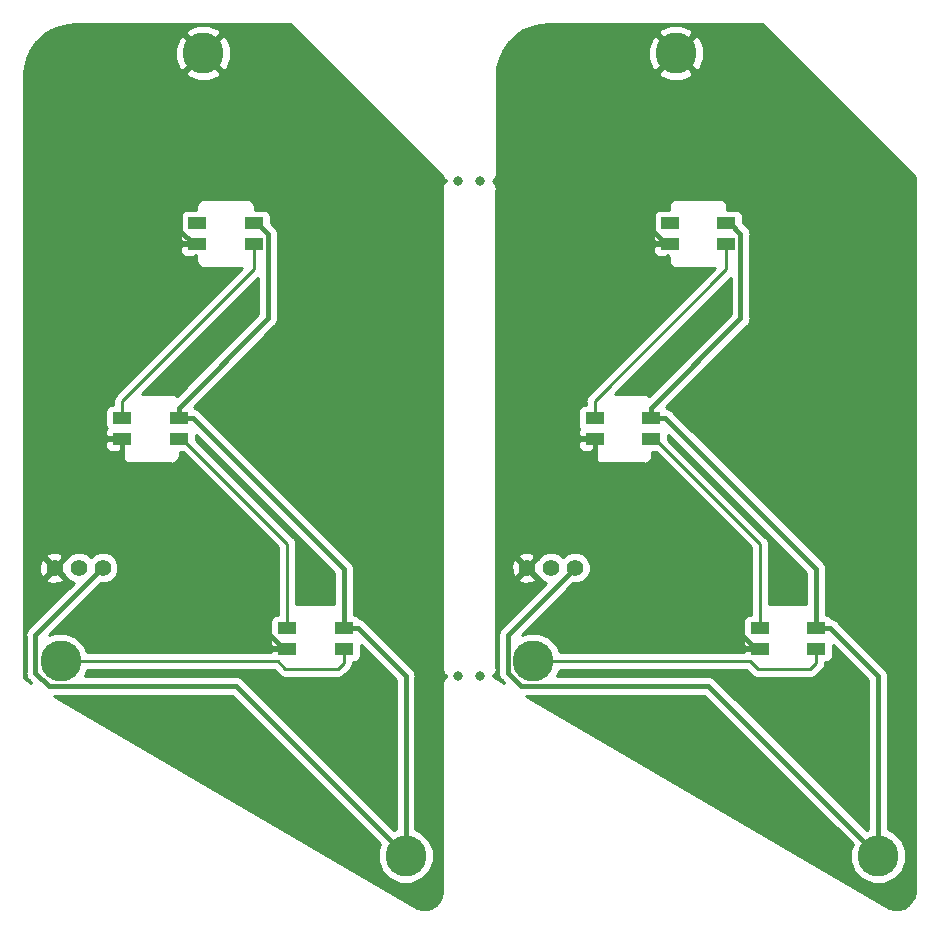
<source format=gbl>
G04 #@! TF.GenerationSoftware,KiCad,Pcbnew,5.0.2-bee76a0~70~ubuntu18.04.1*
G04 #@! TF.CreationDate,2019-06-15T01:55:41+09:00*
G04 #@! TF.ProjectId,shield,73686965-6c64-42e6-9b69-6361645f7063,rev?*
G04 #@! TF.SameCoordinates,Original*
G04 #@! TF.FileFunction,Copper,L2,Bot*
G04 #@! TF.FilePolarity,Positive*
%FSLAX46Y46*%
G04 Gerber Fmt 4.6, Leading zero omitted, Abs format (unit mm)*
G04 Created by KiCad (PCBNEW 5.0.2-bee76a0~70~ubuntu18.04.1) date 2019年06月15日 01時55分41秒*
%MOMM*%
%LPD*%
G01*
G04 APERTURE LIST*
G04 #@! TA.AperFunction,ComponentPad*
%ADD10C,3.470000*%
G04 #@! TD*
G04 #@! TA.AperFunction,SMDPad,CuDef*
%ADD11R,1.600000X1.000000*%
G04 #@! TD*
G04 #@! TA.AperFunction,ComponentPad*
%ADD12C,1.397000*%
G04 #@! TD*
G04 #@! TA.AperFunction,ViaPad*
%ADD13C,0.800000*%
G04 #@! TD*
G04 #@! TA.AperFunction,Conductor*
%ADD14C,0.400000*%
G04 #@! TD*
G04 #@! TA.AperFunction,Conductor*
%ADD15C,0.250000*%
G04 #@! TD*
G04 #@! TA.AperFunction,Conductor*
%ADD16C,0.254000*%
G04 #@! TD*
G04 APERTURE END LIST*
D10*
G04 #@! TO.P,J4,1*
G04 #@! TO.N,VCC*
X93358213Y-92045730D03*
G04 #@! TD*
D11*
G04 #@! TO.P,L3,3*
G04 #@! TO.N,Net-(L2-Pad1)*
X80505000Y-40245000D03*
G04 #@! TO.P,L3,4*
G04 #@! TO.N,VCC*
X80505000Y-38495000D03*
G04 #@! TO.P,L3,1*
G04 #@! TO.N,Net-(L3-Pad1)*
X75705000Y-38495000D03*
G04 #@! TO.P,L3,2*
G04 #@! TO.N,GND*
X75705000Y-40245000D03*
G04 #@! TD*
G04 #@! TO.P,L2,3*
G04 #@! TO.N,Net-(L1-Pad1)*
X74155000Y-56755000D03*
G04 #@! TO.P,L2,4*
G04 #@! TO.N,VCC*
X74155000Y-55005000D03*
G04 #@! TO.P,L2,1*
G04 #@! TO.N,Net-(L2-Pad1)*
X69355000Y-55005000D03*
G04 #@! TO.P,L2,2*
G04 #@! TO.N,GND*
X69355000Y-56755000D03*
G04 #@! TD*
G04 #@! TO.P,L1,3*
G04 #@! TO.N,LED*
X88125000Y-74535000D03*
G04 #@! TO.P,L1,4*
G04 #@! TO.N,VCC*
X88125000Y-72785000D03*
G04 #@! TO.P,L1,1*
G04 #@! TO.N,Net-(L1-Pad1)*
X83325000Y-72785000D03*
G04 #@! TO.P,L1,2*
G04 #@! TO.N,GND*
X83325000Y-74535000D03*
G04 #@! TD*
D10*
G04 #@! TO.P,J5,1*
G04 #@! TO.N,GND*
X76213213Y-24100730D03*
G04 #@! TD*
G04 #@! TO.P,J3,*
G04 #@! TO.N,LED*
X64148213Y-75535730D03*
G04 #@! TD*
D12*
G04 #@! TO.P,LED,1*
G04 #@! TO.N,LED*
X65672213Y-67661730D03*
G04 #@! TD*
G04 #@! TO.P,VCC,1*
G04 #@! TO.N,VCC*
X67704213Y-67661730D03*
G04 #@! TD*
G04 #@! TO.P,GND,1*
G04 #@! TO.N,GND*
X63640213Y-67661730D03*
G04 #@! TD*
D11*
G04 #@! TO.P,L3,2*
G04 #@! TO.N,GND*
X115710000Y-40245000D03*
G04 #@! TO.P,L3,1*
G04 #@! TO.N,Net-(L3-Pad1)*
X115710000Y-38495000D03*
G04 #@! TO.P,L3,4*
G04 #@! TO.N,VCC*
X120510000Y-38495000D03*
G04 #@! TO.P,L3,3*
G04 #@! TO.N,Net-(L2-Pad1)*
X120510000Y-40245000D03*
G04 #@! TD*
G04 #@! TO.P,L2,2*
G04 #@! TO.N,GND*
X109360000Y-56755000D03*
G04 #@! TO.P,L2,1*
G04 #@! TO.N,Net-(L2-Pad1)*
X109360000Y-55005000D03*
G04 #@! TO.P,L2,4*
G04 #@! TO.N,VCC*
X114160000Y-55005000D03*
G04 #@! TO.P,L2,3*
G04 #@! TO.N,Net-(L1-Pad1)*
X114160000Y-56755000D03*
G04 #@! TD*
G04 #@! TO.P,L1,2*
G04 #@! TO.N,GND*
X123330000Y-74535000D03*
G04 #@! TO.P,L1,1*
G04 #@! TO.N,Net-(L1-Pad1)*
X123330000Y-72785000D03*
G04 #@! TO.P,L1,4*
G04 #@! TO.N,VCC*
X128130000Y-72785000D03*
G04 #@! TO.P,L1,3*
G04 #@! TO.N,LED*
X128130000Y-74535000D03*
G04 #@! TD*
D12*
G04 #@! TO.P,LED,1*
G04 #@! TO.N,LED*
X105677213Y-67661730D03*
G04 #@! TD*
G04 #@! TO.P,VCC,1*
G04 #@! TO.N,VCC*
X107709213Y-67661730D03*
G04 #@! TD*
G04 #@! TO.P,GND,1*
G04 #@! TO.N,GND*
X103645213Y-67661730D03*
G04 #@! TD*
D10*
G04 #@! TO.P,J4,1*
G04 #@! TO.N,VCC*
X133363213Y-92045730D03*
G04 #@! TD*
G04 #@! TO.P,J5,1*
G04 #@! TO.N,GND*
X116218213Y-24100730D03*
G04 #@! TD*
G04 #@! TO.P,J3,*
G04 #@! TO.N,LED*
X104153213Y-75535730D03*
G04 #@! TD*
D13*
G04 #@! TO.N,*
X97790000Y-76835000D03*
X99695000Y-76835000D03*
X97790000Y-34925000D03*
X99695000Y-34925000D03*
G04 #@! TO.N,GND*
X131445000Y-86995000D03*
X125730000Y-69215000D03*
X116205000Y-49530000D03*
X91440000Y-86995000D03*
X85725000Y-69215000D03*
X76200000Y-49530000D03*
G04 #@! TD*
D14*
G04 #@! TO.N,VCC*
X114160000Y-54105000D02*
X114160000Y-55005000D01*
X120510000Y-38495000D02*
X120810000Y-38495000D01*
X120810000Y-38495000D02*
X121710001Y-39395001D01*
X121710001Y-39395001D02*
X121710001Y-46554999D01*
X121710001Y-46554999D02*
X114160000Y-54105000D01*
X129330000Y-72785000D02*
X133363213Y-76818213D01*
X133363213Y-89592070D02*
X133363213Y-92045730D01*
X133363213Y-76818213D02*
X133363213Y-89592070D01*
X128130000Y-72785000D02*
X129330000Y-72785000D01*
X114160000Y-55005000D02*
X115360000Y-55005000D01*
X128130000Y-71885000D02*
X128130000Y-72785000D01*
X115360000Y-55005000D02*
X128130000Y-67775000D01*
X128130000Y-67775000D02*
X128130000Y-71885000D01*
X107010714Y-68360229D02*
X107709213Y-67661730D01*
X102018212Y-73352731D02*
X107010714Y-68360229D01*
X102018212Y-76560531D02*
X102018212Y-73352731D01*
X103128412Y-77670731D02*
X102018212Y-76560531D01*
X118988214Y-77670731D02*
X103128412Y-77670731D01*
X133363213Y-92045730D02*
X118988214Y-77670731D01*
X74155000Y-54105000D02*
X74155000Y-55005000D01*
X62013212Y-76560531D02*
X62013212Y-73352731D01*
X63123412Y-77670731D02*
X62013212Y-76560531D01*
X78983214Y-77670731D02*
X63123412Y-77670731D01*
X93358213Y-92045730D02*
X78983214Y-77670731D01*
X80505000Y-38495000D02*
X80805000Y-38495000D01*
X80805000Y-38495000D02*
X81705001Y-39395001D01*
X81705001Y-39395001D02*
X81705001Y-46554999D01*
X81705001Y-46554999D02*
X74155000Y-54105000D01*
X89325000Y-72785000D02*
X93358213Y-76818213D01*
X93358213Y-89592070D02*
X93358213Y-92045730D01*
X93358213Y-76818213D02*
X93358213Y-89592070D01*
X88125000Y-72785000D02*
X89325000Y-72785000D01*
X74155000Y-55005000D02*
X75355000Y-55005000D01*
X88125000Y-71885000D02*
X88125000Y-72785000D01*
X75355000Y-55005000D02*
X88125000Y-67775000D01*
X88125000Y-67775000D02*
X88125000Y-71885000D01*
X67005714Y-68360229D02*
X67704213Y-67661730D01*
X62013212Y-73352731D02*
X67005714Y-68360229D01*
D15*
G04 #@! TO.N,LED*
X104153213Y-75535730D02*
X122525730Y-75535730D01*
X123190000Y-76200000D02*
X127635000Y-76200000D01*
X128130000Y-74535000D02*
X128130000Y-75705000D01*
X128130000Y-75705000D02*
X127635000Y-76200000D01*
X122525730Y-75535730D02*
X123190000Y-76200000D01*
X82520730Y-75535730D02*
X83185000Y-76200000D01*
X64148213Y-75535730D02*
X82520730Y-75535730D01*
X83185000Y-76200000D02*
X87630000Y-76200000D01*
X88125000Y-74535000D02*
X88125000Y-75705000D01*
X88125000Y-75705000D02*
X87630000Y-76200000D01*
G04 #@! TO.N,Net-(L1-Pad1)*
X123330000Y-65625000D02*
X114460000Y-56755000D01*
X123330000Y-72785000D02*
X123330000Y-65625000D01*
X114460000Y-56755000D02*
X114160000Y-56755000D01*
X83325000Y-65625000D02*
X74455000Y-56755000D01*
X83325000Y-72785000D02*
X83325000Y-65625000D01*
X74455000Y-56755000D02*
X74155000Y-56755000D01*
D14*
G04 #@! TO.N,GND*
X115410000Y-40245000D02*
X115710000Y-40245000D01*
X114300000Y-39135000D02*
X115410000Y-40245000D01*
X116218213Y-24100730D02*
X114300000Y-26018943D01*
X114300000Y-26018943D02*
X114300000Y-39135000D01*
X109360000Y-56755000D02*
X109360000Y-60865000D01*
X104343712Y-66963231D02*
X104343712Y-65836288D01*
X104343712Y-65836288D02*
X104388712Y-65836288D01*
X104388712Y-65836288D02*
X109360000Y-60865000D01*
X103645213Y-67661730D02*
X104343712Y-66963231D01*
X123030000Y-74535000D02*
X123330000Y-74535000D01*
X109360000Y-60865000D02*
X123030000Y-74535000D01*
X75405000Y-40245000D02*
X75705000Y-40245000D01*
X74295000Y-39135000D02*
X75405000Y-40245000D01*
X76213213Y-24100730D02*
X74295000Y-26018943D01*
X74295000Y-26018943D02*
X74295000Y-39135000D01*
X69355000Y-56755000D02*
X69355000Y-60865000D01*
X64338712Y-66963231D02*
X64338712Y-65836288D01*
X64338712Y-65836288D02*
X64383712Y-65836288D01*
X64383712Y-65836288D02*
X69355000Y-60865000D01*
X63640213Y-67661730D02*
X64338712Y-66963231D01*
X83025000Y-74535000D02*
X83325000Y-74535000D01*
X69355000Y-60865000D02*
X83025000Y-74535000D01*
D15*
G04 #@! TO.N,Net-(L2-Pad1)*
X120510000Y-42405000D02*
X109360000Y-53555000D01*
X120510000Y-40245000D02*
X120510000Y-42405000D01*
X109360000Y-53555000D02*
X109360000Y-55005000D01*
X80505000Y-42405000D02*
X69355000Y-53555000D01*
X80505000Y-40245000D02*
X80505000Y-42405000D01*
X69355000Y-53555000D02*
X69355000Y-55005000D01*
G04 #@! TD*
D16*
G04 #@! TO.N,GND*
G36*
X123543655Y-21635262D02*
X136463214Y-34554823D01*
X136463213Y-95140705D01*
X136368153Y-95557044D01*
X136174864Y-95922698D01*
X135893518Y-96225871D01*
X135543294Y-96445895D01*
X135148060Y-96567776D01*
X134734745Y-96583209D01*
X134311870Y-96486657D01*
X103570285Y-78505731D01*
X118642347Y-78505731D01*
X131203425Y-91066810D01*
X130993213Y-91574308D01*
X130993213Y-92517152D01*
X131354024Y-93388227D01*
X132020716Y-94054919D01*
X132891791Y-94415730D01*
X133834635Y-94415730D01*
X134705710Y-94054919D01*
X135372402Y-93388227D01*
X135733213Y-92517152D01*
X135733213Y-91574308D01*
X135372402Y-90703233D01*
X134705710Y-90036541D01*
X134198213Y-89826329D01*
X134198213Y-76900450D01*
X134214571Y-76818213D01*
X134179673Y-76642768D01*
X134149765Y-76492412D01*
X133965214Y-76216212D01*
X133895496Y-76169628D01*
X129978587Y-72252720D01*
X129932001Y-72182999D01*
X129655801Y-71998448D01*
X129478702Y-71963221D01*
X129387809Y-71827191D01*
X129177765Y-71686843D01*
X128965000Y-71644522D01*
X128965000Y-67857232D01*
X128981357Y-67774999D01*
X128965000Y-67692764D01*
X128965000Y-67692763D01*
X128916552Y-67449199D01*
X128732001Y-67172999D01*
X128662283Y-67126415D01*
X116008587Y-54472720D01*
X115962001Y-54402999D01*
X115685801Y-54218448D01*
X115508702Y-54183221D01*
X115417809Y-54047191D01*
X115406340Y-54039527D01*
X122242284Y-47203584D01*
X122312002Y-47157000D01*
X122496553Y-46880800D01*
X122545001Y-46637236D01*
X122561359Y-46554999D01*
X122545001Y-46472762D01*
X122545001Y-39477238D01*
X122561359Y-39395001D01*
X122539914Y-39287191D01*
X122496553Y-39069200D01*
X122312002Y-38793000D01*
X122242284Y-38746416D01*
X121957440Y-38461572D01*
X121957440Y-37995000D01*
X121908157Y-37747235D01*
X121767809Y-37537191D01*
X121557765Y-37396843D01*
X121310000Y-37347560D01*
X120570000Y-37347560D01*
X120570000Y-37189926D01*
X120583909Y-37120000D01*
X120528805Y-36842972D01*
X120371881Y-36608119D01*
X120137028Y-36451195D01*
X119929926Y-36410000D01*
X119929925Y-36410000D01*
X119860000Y-36396091D01*
X119790074Y-36410000D01*
X116429925Y-36410000D01*
X116360000Y-36396091D01*
X116290074Y-36410000D01*
X116082972Y-36451195D01*
X115848119Y-36608119D01*
X115691195Y-36842972D01*
X115636091Y-37120000D01*
X115650000Y-37189926D01*
X115650000Y-37347560D01*
X114910000Y-37347560D01*
X114662235Y-37396843D01*
X114452191Y-37537191D01*
X114311843Y-37747235D01*
X114262560Y-37995000D01*
X114262560Y-38995000D01*
X114311843Y-39242765D01*
X114392900Y-39364074D01*
X114371673Y-39385301D01*
X114275000Y-39618690D01*
X114275000Y-39959250D01*
X114433750Y-40118000D01*
X115583000Y-40118000D01*
X115583000Y-40098000D01*
X115650001Y-40098000D01*
X115650001Y-40392000D01*
X115583000Y-40392000D01*
X115583000Y-40372000D01*
X114433750Y-40372000D01*
X114275000Y-40530750D01*
X114275000Y-40871310D01*
X114371673Y-41104699D01*
X114550302Y-41283327D01*
X114783691Y-41380000D01*
X115424250Y-41380000D01*
X115582998Y-41221252D01*
X115582998Y-41380000D01*
X115650001Y-41380000D01*
X115650001Y-41550069D01*
X115636091Y-41620000D01*
X115691195Y-41897028D01*
X115848119Y-42131881D01*
X116082972Y-42288805D01*
X116290074Y-42330000D01*
X116290075Y-42330000D01*
X116360000Y-42343909D01*
X116429926Y-42330000D01*
X119510198Y-42330000D01*
X108875530Y-52964669D01*
X108812071Y-53007071D01*
X108644096Y-53258464D01*
X108600000Y-53480149D01*
X108600000Y-53480153D01*
X108585112Y-53555000D01*
X108600000Y-53629847D01*
X108600000Y-53857560D01*
X108560000Y-53857560D01*
X108312235Y-53906843D01*
X108102191Y-54047191D01*
X107961843Y-54257235D01*
X107912560Y-54505000D01*
X107912560Y-55505000D01*
X107961843Y-55752765D01*
X108042900Y-55874074D01*
X108021673Y-55895301D01*
X107925000Y-56128690D01*
X107925000Y-56469250D01*
X108083750Y-56628000D01*
X109233000Y-56628000D01*
X109233000Y-56608000D01*
X109300001Y-56608000D01*
X109300001Y-56902000D01*
X109233000Y-56902000D01*
X109233000Y-56882000D01*
X108083750Y-56882000D01*
X107925000Y-57040750D01*
X107925000Y-57381310D01*
X108021673Y-57614699D01*
X108200302Y-57793327D01*
X108433691Y-57890000D01*
X109074250Y-57890000D01*
X109232998Y-57731252D01*
X109232998Y-57890000D01*
X109300001Y-57890000D01*
X109300001Y-58060069D01*
X109286091Y-58130000D01*
X109341195Y-58407028D01*
X109498119Y-58641881D01*
X109732972Y-58798805D01*
X109940074Y-58840000D01*
X109940075Y-58840000D01*
X110010000Y-58853909D01*
X110079926Y-58840000D01*
X113440075Y-58840000D01*
X113510000Y-58853909D01*
X113787028Y-58798805D01*
X114021881Y-58641881D01*
X114178805Y-58407028D01*
X114220000Y-58199926D01*
X114233909Y-58130000D01*
X114220000Y-58060074D01*
X114220000Y-57902440D01*
X114532639Y-57902440D01*
X122570001Y-65939804D01*
X122570000Y-71637560D01*
X122530000Y-71637560D01*
X122282235Y-71686843D01*
X122072191Y-71827191D01*
X121931843Y-72037235D01*
X121882560Y-72285000D01*
X121882560Y-73285000D01*
X121931843Y-73532765D01*
X122012900Y-73654074D01*
X121991673Y-73675301D01*
X121895000Y-73908690D01*
X121895000Y-74249250D01*
X122053750Y-74408000D01*
X123203000Y-74408000D01*
X123203000Y-74388000D01*
X123270001Y-74388000D01*
X123270001Y-74682000D01*
X123203000Y-74682000D01*
X123203000Y-74662000D01*
X122053750Y-74662000D01*
X121940020Y-74775730D01*
X106403680Y-74775730D01*
X106162402Y-74193233D01*
X105495710Y-73526541D01*
X104624635Y-73165730D01*
X103681791Y-73165730D01*
X103176981Y-73374829D01*
X107556581Y-68995230D01*
X107974463Y-68995230D01*
X108464580Y-68792217D01*
X108839700Y-68417097D01*
X109042713Y-67926980D01*
X109042713Y-67396480D01*
X108839700Y-66906363D01*
X108464580Y-66531243D01*
X107974463Y-66328230D01*
X107443963Y-66328230D01*
X106953846Y-66531243D01*
X106693213Y-66791876D01*
X106432580Y-66531243D01*
X105942463Y-66328230D01*
X105411963Y-66328230D01*
X104921846Y-66531243D01*
X104546726Y-66906363D01*
X104523067Y-66963481D01*
X103824818Y-67661730D01*
X104523067Y-68359979D01*
X104546726Y-68417097D01*
X104921846Y-68792217D01*
X105258438Y-68931638D01*
X101485930Y-72704146D01*
X101416212Y-72750730D01*
X101369628Y-72820448D01*
X101231660Y-73026931D01*
X101166855Y-73352731D01*
X101183213Y-73434969D01*
X101183212Y-76478298D01*
X101166855Y-76560531D01*
X101183212Y-76642764D01*
X101183212Y-76642767D01*
X101231660Y-76886331D01*
X101416211Y-77162532D01*
X101485932Y-77209118D01*
X101672548Y-77395734D01*
X100730000Y-76844432D01*
X100730000Y-76786638D01*
X100841881Y-76711881D01*
X100998805Y-76477028D01*
X101053909Y-76200000D01*
X101040000Y-76130074D01*
X101040000Y-68595918D01*
X102890630Y-68595918D01*
X102952284Y-68831530D01*
X103452693Y-69007657D01*
X103982412Y-68978878D01*
X104338142Y-68831530D01*
X104399796Y-68595918D01*
X103645213Y-67841335D01*
X102890630Y-68595918D01*
X101040000Y-68595918D01*
X101040000Y-67469210D01*
X102299286Y-67469210D01*
X102328065Y-67998929D01*
X102475413Y-68354659D01*
X102711025Y-68416313D01*
X103465608Y-67661730D01*
X102711025Y-66907147D01*
X102475413Y-66968801D01*
X102299286Y-67469210D01*
X101040000Y-67469210D01*
X101040000Y-66727542D01*
X102890630Y-66727542D01*
X103645213Y-67482125D01*
X104399796Y-66727542D01*
X104338142Y-66491930D01*
X103837733Y-66315803D01*
X103308014Y-66344582D01*
X102952284Y-66491930D01*
X102890630Y-66727542D01*
X101040000Y-66727542D01*
X101040000Y-35758071D01*
X101079399Y-35560000D01*
X101022354Y-35273217D01*
X100859905Y-35030095D01*
X100730000Y-34943295D01*
X100730000Y-34906704D01*
X100859905Y-34819905D01*
X101022354Y-34576783D01*
X101065000Y-34362388D01*
X101065000Y-25962612D01*
X101052347Y-25899002D01*
X101062572Y-25784426D01*
X114714122Y-25784426D01*
X114902579Y-26127611D01*
X115778379Y-26476795D01*
X116721140Y-26464244D01*
X117533847Y-26127611D01*
X117722304Y-25784426D01*
X116218213Y-24280335D01*
X114714122Y-25784426D01*
X101062572Y-25784426D01*
X101111842Y-25232372D01*
X101316723Y-24483453D01*
X101650986Y-23782658D01*
X101738480Y-23660896D01*
X113842148Y-23660896D01*
X113854699Y-24603657D01*
X114191332Y-25416364D01*
X114534517Y-25604821D01*
X116038608Y-24100730D01*
X116397818Y-24100730D01*
X117901909Y-25604821D01*
X118245094Y-25416364D01*
X118594278Y-24540564D01*
X118581727Y-23597803D01*
X118245094Y-22785096D01*
X117901909Y-22596639D01*
X116397818Y-24100730D01*
X116038608Y-24100730D01*
X114534517Y-22596639D01*
X114191332Y-22785096D01*
X113842148Y-23660896D01*
X101738480Y-23660896D01*
X102104069Y-23152125D01*
X102661645Y-22611796D01*
X102951481Y-22417034D01*
X114714122Y-22417034D01*
X116218213Y-23921125D01*
X117722304Y-22417034D01*
X117533847Y-22073849D01*
X116658047Y-21724665D01*
X115715286Y-21737216D01*
X114902579Y-22073849D01*
X114714122Y-22417034D01*
X102951481Y-22417034D01*
X103306099Y-22178741D01*
X104017044Y-21866657D01*
X104777493Y-21684090D01*
X105461999Y-21633823D01*
X105586570Y-21613424D01*
X105605418Y-21606750D01*
X123543655Y-21635262D01*
X123543655Y-21635262D01*
G37*
X123543655Y-21635262D02*
X136463214Y-34554823D01*
X136463213Y-95140705D01*
X136368153Y-95557044D01*
X136174864Y-95922698D01*
X135893518Y-96225871D01*
X135543294Y-96445895D01*
X135148060Y-96567776D01*
X134734745Y-96583209D01*
X134311870Y-96486657D01*
X103570285Y-78505731D01*
X118642347Y-78505731D01*
X131203425Y-91066810D01*
X130993213Y-91574308D01*
X130993213Y-92517152D01*
X131354024Y-93388227D01*
X132020716Y-94054919D01*
X132891791Y-94415730D01*
X133834635Y-94415730D01*
X134705710Y-94054919D01*
X135372402Y-93388227D01*
X135733213Y-92517152D01*
X135733213Y-91574308D01*
X135372402Y-90703233D01*
X134705710Y-90036541D01*
X134198213Y-89826329D01*
X134198213Y-76900450D01*
X134214571Y-76818213D01*
X134179673Y-76642768D01*
X134149765Y-76492412D01*
X133965214Y-76216212D01*
X133895496Y-76169628D01*
X129978587Y-72252720D01*
X129932001Y-72182999D01*
X129655801Y-71998448D01*
X129478702Y-71963221D01*
X129387809Y-71827191D01*
X129177765Y-71686843D01*
X128965000Y-71644522D01*
X128965000Y-67857232D01*
X128981357Y-67774999D01*
X128965000Y-67692764D01*
X128965000Y-67692763D01*
X128916552Y-67449199D01*
X128732001Y-67172999D01*
X128662283Y-67126415D01*
X116008587Y-54472720D01*
X115962001Y-54402999D01*
X115685801Y-54218448D01*
X115508702Y-54183221D01*
X115417809Y-54047191D01*
X115406340Y-54039527D01*
X122242284Y-47203584D01*
X122312002Y-47157000D01*
X122496553Y-46880800D01*
X122545001Y-46637236D01*
X122561359Y-46554999D01*
X122545001Y-46472762D01*
X122545001Y-39477238D01*
X122561359Y-39395001D01*
X122539914Y-39287191D01*
X122496553Y-39069200D01*
X122312002Y-38793000D01*
X122242284Y-38746416D01*
X121957440Y-38461572D01*
X121957440Y-37995000D01*
X121908157Y-37747235D01*
X121767809Y-37537191D01*
X121557765Y-37396843D01*
X121310000Y-37347560D01*
X120570000Y-37347560D01*
X120570000Y-37189926D01*
X120583909Y-37120000D01*
X120528805Y-36842972D01*
X120371881Y-36608119D01*
X120137028Y-36451195D01*
X119929926Y-36410000D01*
X119929925Y-36410000D01*
X119860000Y-36396091D01*
X119790074Y-36410000D01*
X116429925Y-36410000D01*
X116360000Y-36396091D01*
X116290074Y-36410000D01*
X116082972Y-36451195D01*
X115848119Y-36608119D01*
X115691195Y-36842972D01*
X115636091Y-37120000D01*
X115650000Y-37189926D01*
X115650000Y-37347560D01*
X114910000Y-37347560D01*
X114662235Y-37396843D01*
X114452191Y-37537191D01*
X114311843Y-37747235D01*
X114262560Y-37995000D01*
X114262560Y-38995000D01*
X114311843Y-39242765D01*
X114392900Y-39364074D01*
X114371673Y-39385301D01*
X114275000Y-39618690D01*
X114275000Y-39959250D01*
X114433750Y-40118000D01*
X115583000Y-40118000D01*
X115583000Y-40098000D01*
X115650001Y-40098000D01*
X115650001Y-40392000D01*
X115583000Y-40392000D01*
X115583000Y-40372000D01*
X114433750Y-40372000D01*
X114275000Y-40530750D01*
X114275000Y-40871310D01*
X114371673Y-41104699D01*
X114550302Y-41283327D01*
X114783691Y-41380000D01*
X115424250Y-41380000D01*
X115582998Y-41221252D01*
X115582998Y-41380000D01*
X115650001Y-41380000D01*
X115650001Y-41550069D01*
X115636091Y-41620000D01*
X115691195Y-41897028D01*
X115848119Y-42131881D01*
X116082972Y-42288805D01*
X116290074Y-42330000D01*
X116290075Y-42330000D01*
X116360000Y-42343909D01*
X116429926Y-42330000D01*
X119510198Y-42330000D01*
X108875530Y-52964669D01*
X108812071Y-53007071D01*
X108644096Y-53258464D01*
X108600000Y-53480149D01*
X108600000Y-53480153D01*
X108585112Y-53555000D01*
X108600000Y-53629847D01*
X108600000Y-53857560D01*
X108560000Y-53857560D01*
X108312235Y-53906843D01*
X108102191Y-54047191D01*
X107961843Y-54257235D01*
X107912560Y-54505000D01*
X107912560Y-55505000D01*
X107961843Y-55752765D01*
X108042900Y-55874074D01*
X108021673Y-55895301D01*
X107925000Y-56128690D01*
X107925000Y-56469250D01*
X108083750Y-56628000D01*
X109233000Y-56628000D01*
X109233000Y-56608000D01*
X109300001Y-56608000D01*
X109300001Y-56902000D01*
X109233000Y-56902000D01*
X109233000Y-56882000D01*
X108083750Y-56882000D01*
X107925000Y-57040750D01*
X107925000Y-57381310D01*
X108021673Y-57614699D01*
X108200302Y-57793327D01*
X108433691Y-57890000D01*
X109074250Y-57890000D01*
X109232998Y-57731252D01*
X109232998Y-57890000D01*
X109300001Y-57890000D01*
X109300001Y-58060069D01*
X109286091Y-58130000D01*
X109341195Y-58407028D01*
X109498119Y-58641881D01*
X109732972Y-58798805D01*
X109940074Y-58840000D01*
X109940075Y-58840000D01*
X110010000Y-58853909D01*
X110079926Y-58840000D01*
X113440075Y-58840000D01*
X113510000Y-58853909D01*
X113787028Y-58798805D01*
X114021881Y-58641881D01*
X114178805Y-58407028D01*
X114220000Y-58199926D01*
X114233909Y-58130000D01*
X114220000Y-58060074D01*
X114220000Y-57902440D01*
X114532639Y-57902440D01*
X122570001Y-65939804D01*
X122570000Y-71637560D01*
X122530000Y-71637560D01*
X122282235Y-71686843D01*
X122072191Y-71827191D01*
X121931843Y-72037235D01*
X121882560Y-72285000D01*
X121882560Y-73285000D01*
X121931843Y-73532765D01*
X122012900Y-73654074D01*
X121991673Y-73675301D01*
X121895000Y-73908690D01*
X121895000Y-74249250D01*
X122053750Y-74408000D01*
X123203000Y-74408000D01*
X123203000Y-74388000D01*
X123270001Y-74388000D01*
X123270001Y-74682000D01*
X123203000Y-74682000D01*
X123203000Y-74662000D01*
X122053750Y-74662000D01*
X121940020Y-74775730D01*
X106403680Y-74775730D01*
X106162402Y-74193233D01*
X105495710Y-73526541D01*
X104624635Y-73165730D01*
X103681791Y-73165730D01*
X103176981Y-73374829D01*
X107556581Y-68995230D01*
X107974463Y-68995230D01*
X108464580Y-68792217D01*
X108839700Y-68417097D01*
X109042713Y-67926980D01*
X109042713Y-67396480D01*
X108839700Y-66906363D01*
X108464580Y-66531243D01*
X107974463Y-66328230D01*
X107443963Y-66328230D01*
X106953846Y-66531243D01*
X106693213Y-66791876D01*
X106432580Y-66531243D01*
X105942463Y-66328230D01*
X105411963Y-66328230D01*
X104921846Y-66531243D01*
X104546726Y-66906363D01*
X104523067Y-66963481D01*
X103824818Y-67661730D01*
X104523067Y-68359979D01*
X104546726Y-68417097D01*
X104921846Y-68792217D01*
X105258438Y-68931638D01*
X101485930Y-72704146D01*
X101416212Y-72750730D01*
X101369628Y-72820448D01*
X101231660Y-73026931D01*
X101166855Y-73352731D01*
X101183213Y-73434969D01*
X101183212Y-76478298D01*
X101166855Y-76560531D01*
X101183212Y-76642764D01*
X101183212Y-76642767D01*
X101231660Y-76886331D01*
X101416211Y-77162532D01*
X101485932Y-77209118D01*
X101672548Y-77395734D01*
X100730000Y-76844432D01*
X100730000Y-76786638D01*
X100841881Y-76711881D01*
X100998805Y-76477028D01*
X101053909Y-76200000D01*
X101040000Y-76130074D01*
X101040000Y-68595918D01*
X102890630Y-68595918D01*
X102952284Y-68831530D01*
X103452693Y-69007657D01*
X103982412Y-68978878D01*
X104338142Y-68831530D01*
X104399796Y-68595918D01*
X103645213Y-67841335D01*
X102890630Y-68595918D01*
X101040000Y-68595918D01*
X101040000Y-67469210D01*
X102299286Y-67469210D01*
X102328065Y-67998929D01*
X102475413Y-68354659D01*
X102711025Y-68416313D01*
X103465608Y-67661730D01*
X102711025Y-66907147D01*
X102475413Y-66968801D01*
X102299286Y-67469210D01*
X101040000Y-67469210D01*
X101040000Y-66727542D01*
X102890630Y-66727542D01*
X103645213Y-67482125D01*
X104399796Y-66727542D01*
X104338142Y-66491930D01*
X103837733Y-66315803D01*
X103308014Y-66344582D01*
X102952284Y-66491930D01*
X102890630Y-66727542D01*
X101040000Y-66727542D01*
X101040000Y-35758071D01*
X101079399Y-35560000D01*
X101022354Y-35273217D01*
X100859905Y-35030095D01*
X100730000Y-34943295D01*
X100730000Y-34906704D01*
X100859905Y-34819905D01*
X101022354Y-34576783D01*
X101065000Y-34362388D01*
X101065000Y-25962612D01*
X101052347Y-25899002D01*
X101062572Y-25784426D01*
X114714122Y-25784426D01*
X114902579Y-26127611D01*
X115778379Y-26476795D01*
X116721140Y-26464244D01*
X117533847Y-26127611D01*
X117722304Y-25784426D01*
X116218213Y-24280335D01*
X114714122Y-25784426D01*
X101062572Y-25784426D01*
X101111842Y-25232372D01*
X101316723Y-24483453D01*
X101650986Y-23782658D01*
X101738480Y-23660896D01*
X113842148Y-23660896D01*
X113854699Y-24603657D01*
X114191332Y-25416364D01*
X114534517Y-25604821D01*
X116038608Y-24100730D01*
X116397818Y-24100730D01*
X117901909Y-25604821D01*
X118245094Y-25416364D01*
X118594278Y-24540564D01*
X118581727Y-23597803D01*
X118245094Y-22785096D01*
X117901909Y-22596639D01*
X116397818Y-24100730D01*
X116038608Y-24100730D01*
X114534517Y-22596639D01*
X114191332Y-22785096D01*
X113842148Y-23660896D01*
X101738480Y-23660896D01*
X102104069Y-23152125D01*
X102661645Y-22611796D01*
X102951481Y-22417034D01*
X114714122Y-22417034D01*
X116218213Y-23921125D01*
X117722304Y-22417034D01*
X117533847Y-22073849D01*
X116658047Y-21724665D01*
X115715286Y-21737216D01*
X114902579Y-22073849D01*
X114714122Y-22417034D01*
X102951481Y-22417034D01*
X103306099Y-22178741D01*
X104017044Y-21866657D01*
X104777493Y-21684090D01*
X105461999Y-21633823D01*
X105586570Y-21613424D01*
X105605418Y-21606750D01*
X123543655Y-21635262D01*
G36*
X83538655Y-21635262D02*
X96517963Y-34614572D01*
X96643119Y-34801881D01*
X96755000Y-34876638D01*
X96755000Y-34943295D01*
X96625095Y-35030095D01*
X96462646Y-35273217D01*
X96405601Y-35560000D01*
X96445000Y-35758071D01*
X96445001Y-76130069D01*
X96431091Y-76200000D01*
X96486195Y-76477028D01*
X96643119Y-76711881D01*
X96755000Y-76786638D01*
X96755000Y-76883362D01*
X96643119Y-76958119D01*
X96642965Y-76958350D01*
X96642739Y-76958501D01*
X96564987Y-77075052D01*
X96486195Y-77192972D01*
X96486141Y-77193242D01*
X96485989Y-77193470D01*
X96458745Y-77330975D01*
X96431091Y-77470000D01*
X96445053Y-77540192D01*
X96458154Y-95140962D01*
X96363153Y-95557044D01*
X96169864Y-95922698D01*
X95888518Y-96225871D01*
X95538294Y-96445895D01*
X95143060Y-96567776D01*
X94729745Y-96583209D01*
X94306870Y-96486657D01*
X63565285Y-78505731D01*
X78637347Y-78505731D01*
X91198425Y-91066810D01*
X90988213Y-91574308D01*
X90988213Y-92517152D01*
X91349024Y-93388227D01*
X92015716Y-94054919D01*
X92886791Y-94415730D01*
X93829635Y-94415730D01*
X94700710Y-94054919D01*
X95367402Y-93388227D01*
X95728213Y-92517152D01*
X95728213Y-91574308D01*
X95367402Y-90703233D01*
X94700710Y-90036541D01*
X94193213Y-89826329D01*
X94193213Y-76900450D01*
X94209571Y-76818213D01*
X94174673Y-76642768D01*
X94144765Y-76492412D01*
X93960214Y-76216212D01*
X93890496Y-76169628D01*
X89973587Y-72252720D01*
X89927001Y-72182999D01*
X89650801Y-71998448D01*
X89473702Y-71963221D01*
X89382809Y-71827191D01*
X89172765Y-71686843D01*
X88960000Y-71644522D01*
X88960000Y-67857232D01*
X88976357Y-67774999D01*
X88960000Y-67692764D01*
X88960000Y-67692763D01*
X88911552Y-67449199D01*
X88727001Y-67172999D01*
X88657283Y-67126415D01*
X76003587Y-54472720D01*
X75957001Y-54402999D01*
X75680801Y-54218448D01*
X75503702Y-54183221D01*
X75412809Y-54047191D01*
X75401340Y-54039527D01*
X82237284Y-47203584D01*
X82307002Y-47157000D01*
X82491553Y-46880800D01*
X82540001Y-46637236D01*
X82556359Y-46554999D01*
X82540001Y-46472762D01*
X82540001Y-39477238D01*
X82556359Y-39395001D01*
X82534914Y-39287191D01*
X82491553Y-39069200D01*
X82307002Y-38793000D01*
X82237284Y-38746416D01*
X81952440Y-38461572D01*
X81952440Y-37995000D01*
X81903157Y-37747235D01*
X81762809Y-37537191D01*
X81552765Y-37396843D01*
X81305000Y-37347560D01*
X80565000Y-37347560D01*
X80565000Y-37189926D01*
X80578909Y-37120000D01*
X80523805Y-36842972D01*
X80366881Y-36608119D01*
X80132028Y-36451195D01*
X79924926Y-36410000D01*
X79924925Y-36410000D01*
X79855000Y-36396091D01*
X79785074Y-36410000D01*
X76424925Y-36410000D01*
X76355000Y-36396091D01*
X76285074Y-36410000D01*
X76077972Y-36451195D01*
X75843119Y-36608119D01*
X75686195Y-36842972D01*
X75631091Y-37120000D01*
X75645000Y-37189926D01*
X75645000Y-37347560D01*
X74905000Y-37347560D01*
X74657235Y-37396843D01*
X74447191Y-37537191D01*
X74306843Y-37747235D01*
X74257560Y-37995000D01*
X74257560Y-38995000D01*
X74306843Y-39242765D01*
X74387900Y-39364074D01*
X74366673Y-39385301D01*
X74270000Y-39618690D01*
X74270000Y-39959250D01*
X74428750Y-40118000D01*
X75578000Y-40118000D01*
X75578000Y-40098000D01*
X75645001Y-40098000D01*
X75645001Y-40392000D01*
X75578000Y-40392000D01*
X75578000Y-40372000D01*
X74428750Y-40372000D01*
X74270000Y-40530750D01*
X74270000Y-40871310D01*
X74366673Y-41104699D01*
X74545302Y-41283327D01*
X74778691Y-41380000D01*
X75419250Y-41380000D01*
X75577998Y-41221252D01*
X75577998Y-41380000D01*
X75645001Y-41380000D01*
X75645001Y-41550069D01*
X75631091Y-41620000D01*
X75686195Y-41897028D01*
X75843119Y-42131881D01*
X76077972Y-42288805D01*
X76285074Y-42330000D01*
X76285075Y-42330000D01*
X76355000Y-42343909D01*
X76424926Y-42330000D01*
X79505198Y-42330000D01*
X68870530Y-52964669D01*
X68807071Y-53007071D01*
X68639096Y-53258464D01*
X68595000Y-53480149D01*
X68595000Y-53480153D01*
X68580112Y-53555000D01*
X68595000Y-53629847D01*
X68595000Y-53857560D01*
X68555000Y-53857560D01*
X68307235Y-53906843D01*
X68097191Y-54047191D01*
X67956843Y-54257235D01*
X67907560Y-54505000D01*
X67907560Y-55505000D01*
X67956843Y-55752765D01*
X68037900Y-55874074D01*
X68016673Y-55895301D01*
X67920000Y-56128690D01*
X67920000Y-56469250D01*
X68078750Y-56628000D01*
X69228000Y-56628000D01*
X69228000Y-56608000D01*
X69295001Y-56608000D01*
X69295001Y-56902000D01*
X69228000Y-56902000D01*
X69228000Y-56882000D01*
X68078750Y-56882000D01*
X67920000Y-57040750D01*
X67920000Y-57381310D01*
X68016673Y-57614699D01*
X68195302Y-57793327D01*
X68428691Y-57890000D01*
X69069250Y-57890000D01*
X69227998Y-57731252D01*
X69227998Y-57890000D01*
X69295001Y-57890000D01*
X69295001Y-58060069D01*
X69281091Y-58130000D01*
X69336195Y-58407028D01*
X69493119Y-58641881D01*
X69727972Y-58798805D01*
X69935074Y-58840000D01*
X69935075Y-58840000D01*
X70005000Y-58853909D01*
X70074926Y-58840000D01*
X73435075Y-58840000D01*
X73505000Y-58853909D01*
X73782028Y-58798805D01*
X74016881Y-58641881D01*
X74173805Y-58407028D01*
X74215000Y-58199926D01*
X74228909Y-58130000D01*
X74215000Y-58060074D01*
X74215000Y-57902440D01*
X74527639Y-57902440D01*
X82565001Y-65939804D01*
X82565000Y-71637560D01*
X82525000Y-71637560D01*
X82277235Y-71686843D01*
X82067191Y-71827191D01*
X81926843Y-72037235D01*
X81877560Y-72285000D01*
X81877560Y-73285000D01*
X81926843Y-73532765D01*
X82007900Y-73654074D01*
X81986673Y-73675301D01*
X81890000Y-73908690D01*
X81890000Y-74249250D01*
X82048750Y-74408000D01*
X83198000Y-74408000D01*
X83198000Y-74388000D01*
X83265001Y-74388000D01*
X83265001Y-74682000D01*
X83198000Y-74682000D01*
X83198000Y-74662000D01*
X82048750Y-74662000D01*
X81935020Y-74775730D01*
X66398680Y-74775730D01*
X66157402Y-74193233D01*
X65490710Y-73526541D01*
X64619635Y-73165730D01*
X63676791Y-73165730D01*
X63171981Y-73374829D01*
X67551581Y-68995230D01*
X67969463Y-68995230D01*
X68459580Y-68792217D01*
X68834700Y-68417097D01*
X69037713Y-67926980D01*
X69037713Y-67396480D01*
X68834700Y-66906363D01*
X68459580Y-66531243D01*
X67969463Y-66328230D01*
X67438963Y-66328230D01*
X66948846Y-66531243D01*
X66688213Y-66791876D01*
X66427580Y-66531243D01*
X65937463Y-66328230D01*
X65406963Y-66328230D01*
X64916846Y-66531243D01*
X64541726Y-66906363D01*
X64518067Y-66963481D01*
X63819818Y-67661730D01*
X64518067Y-68359979D01*
X64541726Y-68417097D01*
X64916846Y-68792217D01*
X65253438Y-68931638D01*
X61480930Y-72704146D01*
X61411212Y-72750730D01*
X61364628Y-72820448D01*
X61226660Y-73026931D01*
X61161855Y-73352731D01*
X61178213Y-73434969D01*
X61178212Y-76478298D01*
X61161855Y-76560531D01*
X61178212Y-76642764D01*
X61178212Y-76642767D01*
X61226660Y-76886331D01*
X61411211Y-77162532D01*
X61480932Y-77209118D01*
X61667548Y-77395734D01*
X61035000Y-77025753D01*
X61035000Y-68595918D01*
X62885630Y-68595918D01*
X62947284Y-68831530D01*
X63447693Y-69007657D01*
X63977412Y-68978878D01*
X64333142Y-68831530D01*
X64394796Y-68595918D01*
X63640213Y-67841335D01*
X62885630Y-68595918D01*
X61035000Y-68595918D01*
X61035000Y-67469210D01*
X62294286Y-67469210D01*
X62323065Y-67998929D01*
X62470413Y-68354659D01*
X62706025Y-68416313D01*
X63460608Y-67661730D01*
X62706025Y-66907147D01*
X62470413Y-66968801D01*
X62294286Y-67469210D01*
X61035000Y-67469210D01*
X61035000Y-66727542D01*
X62885630Y-66727542D01*
X63640213Y-67482125D01*
X64394796Y-66727542D01*
X64333142Y-66491930D01*
X63832733Y-66315803D01*
X63303014Y-66344582D01*
X62947284Y-66491930D01*
X62885630Y-66727542D01*
X61035000Y-66727542D01*
X61035000Y-26037348D01*
X61057572Y-25784426D01*
X74709122Y-25784426D01*
X74897579Y-26127611D01*
X75773379Y-26476795D01*
X76716140Y-26464244D01*
X77528847Y-26127611D01*
X77717304Y-25784426D01*
X76213213Y-24280335D01*
X74709122Y-25784426D01*
X61057572Y-25784426D01*
X61106842Y-25232372D01*
X61311723Y-24483453D01*
X61645986Y-23782658D01*
X61733480Y-23660896D01*
X73837148Y-23660896D01*
X73849699Y-24603657D01*
X74186332Y-25416364D01*
X74529517Y-25604821D01*
X76033608Y-24100730D01*
X76392818Y-24100730D01*
X77896909Y-25604821D01*
X78240094Y-25416364D01*
X78589278Y-24540564D01*
X78576727Y-23597803D01*
X78240094Y-22785096D01*
X77896909Y-22596639D01*
X76392818Y-24100730D01*
X76033608Y-24100730D01*
X74529517Y-22596639D01*
X74186332Y-22785096D01*
X73837148Y-23660896D01*
X61733480Y-23660896D01*
X62099069Y-23152125D01*
X62656645Y-22611796D01*
X62946481Y-22417034D01*
X74709122Y-22417034D01*
X76213213Y-23921125D01*
X77717304Y-22417034D01*
X77528847Y-22073849D01*
X76653047Y-21724665D01*
X75710286Y-21737216D01*
X74897579Y-22073849D01*
X74709122Y-22417034D01*
X62946481Y-22417034D01*
X63301099Y-22178741D01*
X64012044Y-21866657D01*
X64772493Y-21684090D01*
X65456999Y-21633823D01*
X65581570Y-21613424D01*
X65600418Y-21606750D01*
X83538655Y-21635262D01*
X83538655Y-21635262D01*
G37*
X83538655Y-21635262D02*
X96517963Y-34614572D01*
X96643119Y-34801881D01*
X96755000Y-34876638D01*
X96755000Y-34943295D01*
X96625095Y-35030095D01*
X96462646Y-35273217D01*
X96405601Y-35560000D01*
X96445000Y-35758071D01*
X96445001Y-76130069D01*
X96431091Y-76200000D01*
X96486195Y-76477028D01*
X96643119Y-76711881D01*
X96755000Y-76786638D01*
X96755000Y-76883362D01*
X96643119Y-76958119D01*
X96642965Y-76958350D01*
X96642739Y-76958501D01*
X96564987Y-77075052D01*
X96486195Y-77192972D01*
X96486141Y-77193242D01*
X96485989Y-77193470D01*
X96458745Y-77330975D01*
X96431091Y-77470000D01*
X96445053Y-77540192D01*
X96458154Y-95140962D01*
X96363153Y-95557044D01*
X96169864Y-95922698D01*
X95888518Y-96225871D01*
X95538294Y-96445895D01*
X95143060Y-96567776D01*
X94729745Y-96583209D01*
X94306870Y-96486657D01*
X63565285Y-78505731D01*
X78637347Y-78505731D01*
X91198425Y-91066810D01*
X90988213Y-91574308D01*
X90988213Y-92517152D01*
X91349024Y-93388227D01*
X92015716Y-94054919D01*
X92886791Y-94415730D01*
X93829635Y-94415730D01*
X94700710Y-94054919D01*
X95367402Y-93388227D01*
X95728213Y-92517152D01*
X95728213Y-91574308D01*
X95367402Y-90703233D01*
X94700710Y-90036541D01*
X94193213Y-89826329D01*
X94193213Y-76900450D01*
X94209571Y-76818213D01*
X94174673Y-76642768D01*
X94144765Y-76492412D01*
X93960214Y-76216212D01*
X93890496Y-76169628D01*
X89973587Y-72252720D01*
X89927001Y-72182999D01*
X89650801Y-71998448D01*
X89473702Y-71963221D01*
X89382809Y-71827191D01*
X89172765Y-71686843D01*
X88960000Y-71644522D01*
X88960000Y-67857232D01*
X88976357Y-67774999D01*
X88960000Y-67692764D01*
X88960000Y-67692763D01*
X88911552Y-67449199D01*
X88727001Y-67172999D01*
X88657283Y-67126415D01*
X76003587Y-54472720D01*
X75957001Y-54402999D01*
X75680801Y-54218448D01*
X75503702Y-54183221D01*
X75412809Y-54047191D01*
X75401340Y-54039527D01*
X82237284Y-47203584D01*
X82307002Y-47157000D01*
X82491553Y-46880800D01*
X82540001Y-46637236D01*
X82556359Y-46554999D01*
X82540001Y-46472762D01*
X82540001Y-39477238D01*
X82556359Y-39395001D01*
X82534914Y-39287191D01*
X82491553Y-39069200D01*
X82307002Y-38793000D01*
X82237284Y-38746416D01*
X81952440Y-38461572D01*
X81952440Y-37995000D01*
X81903157Y-37747235D01*
X81762809Y-37537191D01*
X81552765Y-37396843D01*
X81305000Y-37347560D01*
X80565000Y-37347560D01*
X80565000Y-37189926D01*
X80578909Y-37120000D01*
X80523805Y-36842972D01*
X80366881Y-36608119D01*
X80132028Y-36451195D01*
X79924926Y-36410000D01*
X79924925Y-36410000D01*
X79855000Y-36396091D01*
X79785074Y-36410000D01*
X76424925Y-36410000D01*
X76355000Y-36396091D01*
X76285074Y-36410000D01*
X76077972Y-36451195D01*
X75843119Y-36608119D01*
X75686195Y-36842972D01*
X75631091Y-37120000D01*
X75645000Y-37189926D01*
X75645000Y-37347560D01*
X74905000Y-37347560D01*
X74657235Y-37396843D01*
X74447191Y-37537191D01*
X74306843Y-37747235D01*
X74257560Y-37995000D01*
X74257560Y-38995000D01*
X74306843Y-39242765D01*
X74387900Y-39364074D01*
X74366673Y-39385301D01*
X74270000Y-39618690D01*
X74270000Y-39959250D01*
X74428750Y-40118000D01*
X75578000Y-40118000D01*
X75578000Y-40098000D01*
X75645001Y-40098000D01*
X75645001Y-40392000D01*
X75578000Y-40392000D01*
X75578000Y-40372000D01*
X74428750Y-40372000D01*
X74270000Y-40530750D01*
X74270000Y-40871310D01*
X74366673Y-41104699D01*
X74545302Y-41283327D01*
X74778691Y-41380000D01*
X75419250Y-41380000D01*
X75577998Y-41221252D01*
X75577998Y-41380000D01*
X75645001Y-41380000D01*
X75645001Y-41550069D01*
X75631091Y-41620000D01*
X75686195Y-41897028D01*
X75843119Y-42131881D01*
X76077972Y-42288805D01*
X76285074Y-42330000D01*
X76285075Y-42330000D01*
X76355000Y-42343909D01*
X76424926Y-42330000D01*
X79505198Y-42330000D01*
X68870530Y-52964669D01*
X68807071Y-53007071D01*
X68639096Y-53258464D01*
X68595000Y-53480149D01*
X68595000Y-53480153D01*
X68580112Y-53555000D01*
X68595000Y-53629847D01*
X68595000Y-53857560D01*
X68555000Y-53857560D01*
X68307235Y-53906843D01*
X68097191Y-54047191D01*
X67956843Y-54257235D01*
X67907560Y-54505000D01*
X67907560Y-55505000D01*
X67956843Y-55752765D01*
X68037900Y-55874074D01*
X68016673Y-55895301D01*
X67920000Y-56128690D01*
X67920000Y-56469250D01*
X68078750Y-56628000D01*
X69228000Y-56628000D01*
X69228000Y-56608000D01*
X69295001Y-56608000D01*
X69295001Y-56902000D01*
X69228000Y-56902000D01*
X69228000Y-56882000D01*
X68078750Y-56882000D01*
X67920000Y-57040750D01*
X67920000Y-57381310D01*
X68016673Y-57614699D01*
X68195302Y-57793327D01*
X68428691Y-57890000D01*
X69069250Y-57890000D01*
X69227998Y-57731252D01*
X69227998Y-57890000D01*
X69295001Y-57890000D01*
X69295001Y-58060069D01*
X69281091Y-58130000D01*
X69336195Y-58407028D01*
X69493119Y-58641881D01*
X69727972Y-58798805D01*
X69935074Y-58840000D01*
X69935075Y-58840000D01*
X70005000Y-58853909D01*
X70074926Y-58840000D01*
X73435075Y-58840000D01*
X73505000Y-58853909D01*
X73782028Y-58798805D01*
X74016881Y-58641881D01*
X74173805Y-58407028D01*
X74215000Y-58199926D01*
X74228909Y-58130000D01*
X74215000Y-58060074D01*
X74215000Y-57902440D01*
X74527639Y-57902440D01*
X82565001Y-65939804D01*
X82565000Y-71637560D01*
X82525000Y-71637560D01*
X82277235Y-71686843D01*
X82067191Y-71827191D01*
X81926843Y-72037235D01*
X81877560Y-72285000D01*
X81877560Y-73285000D01*
X81926843Y-73532765D01*
X82007900Y-73654074D01*
X81986673Y-73675301D01*
X81890000Y-73908690D01*
X81890000Y-74249250D01*
X82048750Y-74408000D01*
X83198000Y-74408000D01*
X83198000Y-74388000D01*
X83265001Y-74388000D01*
X83265001Y-74682000D01*
X83198000Y-74682000D01*
X83198000Y-74662000D01*
X82048750Y-74662000D01*
X81935020Y-74775730D01*
X66398680Y-74775730D01*
X66157402Y-74193233D01*
X65490710Y-73526541D01*
X64619635Y-73165730D01*
X63676791Y-73165730D01*
X63171981Y-73374829D01*
X67551581Y-68995230D01*
X67969463Y-68995230D01*
X68459580Y-68792217D01*
X68834700Y-68417097D01*
X69037713Y-67926980D01*
X69037713Y-67396480D01*
X68834700Y-66906363D01*
X68459580Y-66531243D01*
X67969463Y-66328230D01*
X67438963Y-66328230D01*
X66948846Y-66531243D01*
X66688213Y-66791876D01*
X66427580Y-66531243D01*
X65937463Y-66328230D01*
X65406963Y-66328230D01*
X64916846Y-66531243D01*
X64541726Y-66906363D01*
X64518067Y-66963481D01*
X63819818Y-67661730D01*
X64518067Y-68359979D01*
X64541726Y-68417097D01*
X64916846Y-68792217D01*
X65253438Y-68931638D01*
X61480930Y-72704146D01*
X61411212Y-72750730D01*
X61364628Y-72820448D01*
X61226660Y-73026931D01*
X61161855Y-73352731D01*
X61178213Y-73434969D01*
X61178212Y-76478298D01*
X61161855Y-76560531D01*
X61178212Y-76642764D01*
X61178212Y-76642767D01*
X61226660Y-76886331D01*
X61411211Y-77162532D01*
X61480932Y-77209118D01*
X61667548Y-77395734D01*
X61035000Y-77025753D01*
X61035000Y-68595918D01*
X62885630Y-68595918D01*
X62947284Y-68831530D01*
X63447693Y-69007657D01*
X63977412Y-68978878D01*
X64333142Y-68831530D01*
X64394796Y-68595918D01*
X63640213Y-67841335D01*
X62885630Y-68595918D01*
X61035000Y-68595918D01*
X61035000Y-67469210D01*
X62294286Y-67469210D01*
X62323065Y-67998929D01*
X62470413Y-68354659D01*
X62706025Y-68416313D01*
X63460608Y-67661730D01*
X62706025Y-66907147D01*
X62470413Y-66968801D01*
X62294286Y-67469210D01*
X61035000Y-67469210D01*
X61035000Y-66727542D01*
X62885630Y-66727542D01*
X63640213Y-67482125D01*
X64394796Y-66727542D01*
X64333142Y-66491930D01*
X63832733Y-66315803D01*
X63303014Y-66344582D01*
X62947284Y-66491930D01*
X62885630Y-66727542D01*
X61035000Y-66727542D01*
X61035000Y-26037348D01*
X61057572Y-25784426D01*
X74709122Y-25784426D01*
X74897579Y-26127611D01*
X75773379Y-26476795D01*
X76716140Y-26464244D01*
X77528847Y-26127611D01*
X77717304Y-25784426D01*
X76213213Y-24280335D01*
X74709122Y-25784426D01*
X61057572Y-25784426D01*
X61106842Y-25232372D01*
X61311723Y-24483453D01*
X61645986Y-23782658D01*
X61733480Y-23660896D01*
X73837148Y-23660896D01*
X73849699Y-24603657D01*
X74186332Y-25416364D01*
X74529517Y-25604821D01*
X76033608Y-24100730D01*
X76392818Y-24100730D01*
X77896909Y-25604821D01*
X78240094Y-25416364D01*
X78589278Y-24540564D01*
X78576727Y-23597803D01*
X78240094Y-22785096D01*
X77896909Y-22596639D01*
X76392818Y-24100730D01*
X76033608Y-24100730D01*
X74529517Y-22596639D01*
X74186332Y-22785096D01*
X73837148Y-23660896D01*
X61733480Y-23660896D01*
X62099069Y-23152125D01*
X62656645Y-22611796D01*
X62946481Y-22417034D01*
X74709122Y-22417034D01*
X76213213Y-23921125D01*
X77717304Y-22417034D01*
X77528847Y-22073849D01*
X76653047Y-21724665D01*
X75710286Y-21737216D01*
X74897579Y-22073849D01*
X74709122Y-22417034D01*
X62946481Y-22417034D01*
X63301099Y-22178741D01*
X64012044Y-21866657D01*
X64772493Y-21684090D01*
X65456999Y-21633823D01*
X65581570Y-21613424D01*
X65600418Y-21606750D01*
X83538655Y-21635262D01*
G36*
X132528213Y-77164081D02*
X132528214Y-89509829D01*
X132528213Y-89509834D01*
X132528213Y-89826329D01*
X132384293Y-89885942D01*
X119636801Y-77138451D01*
X119590215Y-77068730D01*
X119314015Y-76884179D01*
X119070451Y-76835731D01*
X119070447Y-76835731D01*
X118988214Y-76819374D01*
X118905981Y-76835731D01*
X106180004Y-76835731D01*
X106403680Y-76295730D01*
X122210929Y-76295730D01*
X122599671Y-76684473D01*
X122642071Y-76747929D01*
X122893463Y-76915904D01*
X123115148Y-76960000D01*
X123115152Y-76960000D01*
X123190000Y-76974888D01*
X123264848Y-76960000D01*
X127560153Y-76960000D01*
X127635000Y-76974888D01*
X127709847Y-76960000D01*
X127709852Y-76960000D01*
X127931537Y-76915904D01*
X128182929Y-76747929D01*
X128225331Y-76684471D01*
X128614472Y-76295329D01*
X128677929Y-76252929D01*
X128825776Y-76031661D01*
X128845904Y-76001538D01*
X128855480Y-75953395D01*
X128890000Y-75779852D01*
X128890000Y-75779848D01*
X128904888Y-75705000D01*
X128900401Y-75682440D01*
X128930000Y-75682440D01*
X129177765Y-75633157D01*
X129387809Y-75492809D01*
X129528157Y-75282765D01*
X129577440Y-75035000D01*
X129577440Y-74213307D01*
X132528213Y-77164081D01*
X132528213Y-77164081D01*
G37*
X132528213Y-77164081D02*
X132528214Y-89509829D01*
X132528213Y-89509834D01*
X132528213Y-89826329D01*
X132384293Y-89885942D01*
X119636801Y-77138451D01*
X119590215Y-77068730D01*
X119314015Y-76884179D01*
X119070451Y-76835731D01*
X119070447Y-76835731D01*
X118988214Y-76819374D01*
X118905981Y-76835731D01*
X106180004Y-76835731D01*
X106403680Y-76295730D01*
X122210929Y-76295730D01*
X122599671Y-76684473D01*
X122642071Y-76747929D01*
X122893463Y-76915904D01*
X123115148Y-76960000D01*
X123115152Y-76960000D01*
X123190000Y-76974888D01*
X123264848Y-76960000D01*
X127560153Y-76960000D01*
X127635000Y-76974888D01*
X127709847Y-76960000D01*
X127709852Y-76960000D01*
X127931537Y-76915904D01*
X128182929Y-76747929D01*
X128225331Y-76684471D01*
X128614472Y-76295329D01*
X128677929Y-76252929D01*
X128825776Y-76031661D01*
X128845904Y-76001538D01*
X128855480Y-75953395D01*
X128890000Y-75779852D01*
X128890000Y-75779848D01*
X128904888Y-75705000D01*
X128900401Y-75682440D01*
X128930000Y-75682440D01*
X129177765Y-75633157D01*
X129387809Y-75492809D01*
X129528157Y-75282765D01*
X129577440Y-75035000D01*
X129577440Y-74213307D01*
X132528213Y-77164081D01*
G36*
X92523213Y-77164081D02*
X92523214Y-89509829D01*
X92523213Y-89509834D01*
X92523213Y-89826329D01*
X92379293Y-89885942D01*
X79631801Y-77138451D01*
X79585215Y-77068730D01*
X79309015Y-76884179D01*
X79065451Y-76835731D01*
X79065447Y-76835731D01*
X78983214Y-76819374D01*
X78900981Y-76835731D01*
X66175004Y-76835731D01*
X66398680Y-76295730D01*
X82205929Y-76295730D01*
X82594671Y-76684473D01*
X82637071Y-76747929D01*
X82888463Y-76915904D01*
X83110148Y-76960000D01*
X83110152Y-76960000D01*
X83185000Y-76974888D01*
X83259848Y-76960000D01*
X87555153Y-76960000D01*
X87630000Y-76974888D01*
X87704847Y-76960000D01*
X87704852Y-76960000D01*
X87926537Y-76915904D01*
X88177929Y-76747929D01*
X88220331Y-76684471D01*
X88609472Y-76295329D01*
X88672929Y-76252929D01*
X88820776Y-76031661D01*
X88840904Y-76001538D01*
X88850480Y-75953395D01*
X88885000Y-75779852D01*
X88885000Y-75779848D01*
X88899888Y-75705000D01*
X88895401Y-75682440D01*
X88925000Y-75682440D01*
X89172765Y-75633157D01*
X89382809Y-75492809D01*
X89523157Y-75282765D01*
X89572440Y-75035000D01*
X89572440Y-74213307D01*
X92523213Y-77164081D01*
X92523213Y-77164081D01*
G37*
X92523213Y-77164081D02*
X92523214Y-89509829D01*
X92523213Y-89509834D01*
X92523213Y-89826329D01*
X92379293Y-89885942D01*
X79631801Y-77138451D01*
X79585215Y-77068730D01*
X79309015Y-76884179D01*
X79065451Y-76835731D01*
X79065447Y-76835731D01*
X78983214Y-76819374D01*
X78900981Y-76835731D01*
X66175004Y-76835731D01*
X66398680Y-76295730D01*
X82205929Y-76295730D01*
X82594671Y-76684473D01*
X82637071Y-76747929D01*
X82888463Y-76915904D01*
X83110148Y-76960000D01*
X83110152Y-76960000D01*
X83185000Y-76974888D01*
X83259848Y-76960000D01*
X87555153Y-76960000D01*
X87630000Y-76974888D01*
X87704847Y-76960000D01*
X87704852Y-76960000D01*
X87926537Y-76915904D01*
X88177929Y-76747929D01*
X88220331Y-76684471D01*
X88609472Y-76295329D01*
X88672929Y-76252929D01*
X88820776Y-76031661D01*
X88840904Y-76001538D01*
X88850480Y-75953395D01*
X88885000Y-75779852D01*
X88885000Y-75779848D01*
X88899888Y-75705000D01*
X88895401Y-75682440D01*
X88925000Y-75682440D01*
X89172765Y-75633157D01*
X89382809Y-75492809D01*
X89523157Y-75282765D01*
X89572440Y-75035000D01*
X89572440Y-74213307D01*
X92523213Y-77164081D01*
G36*
X127295000Y-68120868D02*
X127295001Y-70700000D01*
X124090000Y-70700000D01*
X124090000Y-65699846D01*
X124104888Y-65624999D01*
X124090000Y-65550152D01*
X124090000Y-65550148D01*
X124045904Y-65328463D01*
X124004102Y-65265902D01*
X123920329Y-65140526D01*
X123920327Y-65140524D01*
X123877929Y-65077071D01*
X123814476Y-65034673D01*
X115607440Y-56827639D01*
X115607440Y-56433307D01*
X127295000Y-68120868D01*
X127295000Y-68120868D01*
G37*
X127295000Y-68120868D02*
X127295001Y-70700000D01*
X124090000Y-70700000D01*
X124090000Y-65699846D01*
X124104888Y-65624999D01*
X124090000Y-65550152D01*
X124090000Y-65550148D01*
X124045904Y-65328463D01*
X124004102Y-65265902D01*
X123920329Y-65140526D01*
X123920327Y-65140524D01*
X123877929Y-65077071D01*
X123814476Y-65034673D01*
X115607440Y-56827639D01*
X115607440Y-56433307D01*
X127295000Y-68120868D01*
G36*
X87290000Y-68120868D02*
X87290001Y-70700000D01*
X84085000Y-70700000D01*
X84085000Y-65699846D01*
X84099888Y-65624999D01*
X84085000Y-65550152D01*
X84085000Y-65550148D01*
X84040904Y-65328463D01*
X83999102Y-65265902D01*
X83915329Y-65140526D01*
X83915327Y-65140524D01*
X83872929Y-65077071D01*
X83809476Y-65034673D01*
X75602440Y-56827639D01*
X75602440Y-56433307D01*
X87290000Y-68120868D01*
X87290000Y-68120868D01*
G37*
X87290000Y-68120868D02*
X87290001Y-70700000D01*
X84085000Y-70700000D01*
X84085000Y-65699846D01*
X84099888Y-65624999D01*
X84085000Y-65550152D01*
X84085000Y-65550148D01*
X84040904Y-65328463D01*
X83999102Y-65265902D01*
X83915329Y-65140526D01*
X83915327Y-65140524D01*
X83872929Y-65077071D01*
X83809476Y-65034673D01*
X75602440Y-56827639D01*
X75602440Y-56433307D01*
X87290000Y-68120868D01*
G36*
X80870002Y-46209130D02*
X73983391Y-53095742D01*
X73782028Y-52961195D01*
X73574926Y-52920000D01*
X73574925Y-52920000D01*
X73505000Y-52906091D01*
X73435074Y-52920000D01*
X71064801Y-52920000D01*
X80870002Y-43114800D01*
X80870002Y-46209130D01*
X80870002Y-46209130D01*
G37*
X80870002Y-46209130D02*
X73983391Y-53095742D01*
X73782028Y-52961195D01*
X73574926Y-52920000D01*
X73574925Y-52920000D01*
X73505000Y-52906091D01*
X73435074Y-52920000D01*
X71064801Y-52920000D01*
X80870002Y-43114800D01*
X80870002Y-46209130D01*
G36*
X120875002Y-46209130D02*
X113988391Y-53095742D01*
X113787028Y-52961195D01*
X113579926Y-52920000D01*
X113579925Y-52920000D01*
X113510000Y-52906091D01*
X113440074Y-52920000D01*
X111069801Y-52920000D01*
X120875002Y-43114800D01*
X120875002Y-46209130D01*
X120875002Y-46209130D01*
G37*
X120875002Y-46209130D02*
X113988391Y-53095742D01*
X113787028Y-52961195D01*
X113579926Y-52920000D01*
X113579925Y-52920000D01*
X113510000Y-52906091D01*
X113440074Y-52920000D01*
X111069801Y-52920000D01*
X120875002Y-43114800D01*
X120875002Y-46209130D01*
G04 #@! TD*
M02*

</source>
